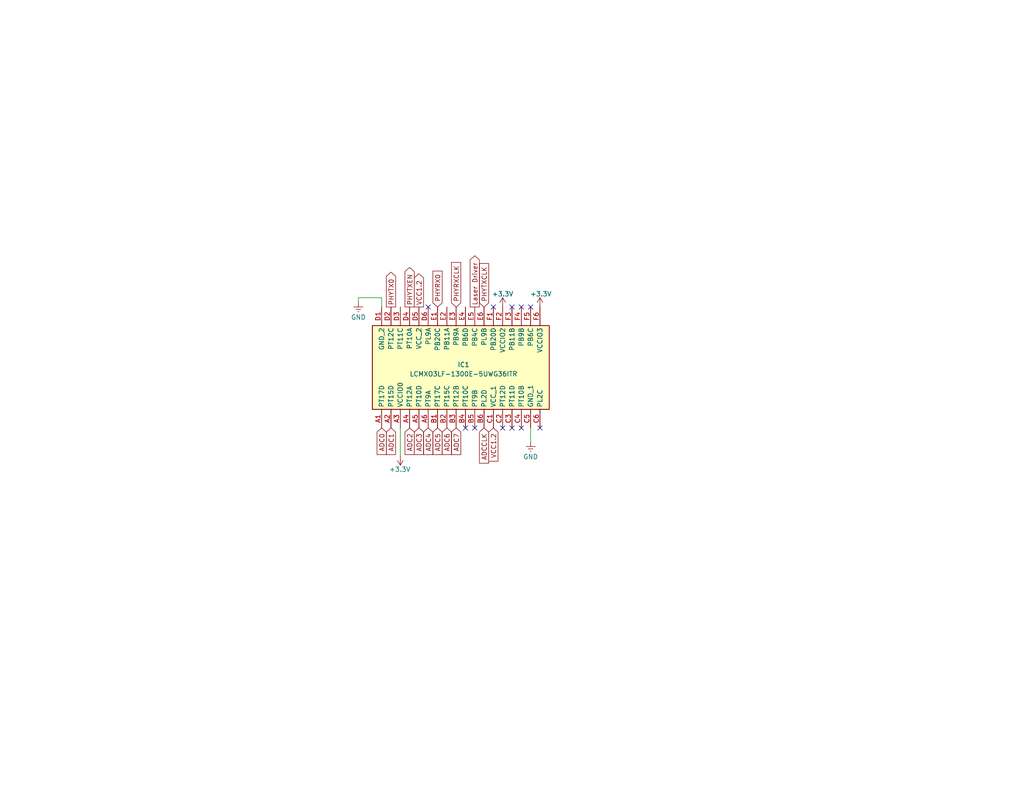
<source format=kicad_sch>
(kicad_sch (version 20231120) (generator "eeschema") (generator_version "8.0")
  (paper "A")
  (title_block (title "Free Space Optical 10BASE-T Ethernet Transceiver Circuit") (date "2025-07-22") (rev "1"))
  (lib_symbols
    (symbol "LCMXO3LF-1300E-5UWG36ITR:LCMXO3LF-1300E-5UWG36ITR"
      (property "Reference" "IC" (at 29.21 7.62 0))
      (property "Value" "LCMXO3LF-1300E-5UWG36ITR" (at 29.21 5.08 0))
      (symbol "LCMXO3LF-1300E-5UWG36ITR_1_1"
        (rectangle (start 5.08 2.54) (end 27.94 -45.72) (stroke (width 0.254)) (fill (type background)))
        (pin passive line (at 0 0 0) (length 5.08) (name "PT17D") (number "A1"))
        (pin passive line (at 0 -2.54 0) (length 5.08) (name "PT15D") (number "A2"))
        (pin passive line (at 0 -5.08 0) (length 5.08) (name "VCCIO0") (number "A3"))
        (pin passive line (at 0 -7.62 0) (length 5.08) (name "PT12A") (number "A4"))
        (pin passive line (at 0 -10.16 0) (length 5.08) (name "PT10D") (number "A5"))
        (pin passive line (at 0 -12.7 0) (length 5.08) (name "PT9A") (number "A6"))
        (pin passive line (at 0 -15.24 0) (length 5.08) (name "PT17C") (number "B1"))
        (pin passive line (at 0 -17.78 0) (length 5.08) (name "PT15C") (number "B2"))
        (pin passive line (at 0 -20.32 0) (length 5.08) (name "PT12B") (number "B3"))
        (pin passive line (at 0 -22.86 0) (length 5.08) (name "PT10C") (number "B4"))
        (pin passive line (at 0 -25.4 0) (length 5.08) (name "PT9B") (number "B5"))
        (pin passive line (at 0 -27.94 0) (length 5.08) (name "PL2D") (number "B6"))
        (pin passive line (at 0 -30.48 0) (length 5.08) (name "VCC_1") (number "C1"))
        (pin passive line (at 0 -33.02 0) (length 5.08) (name "PT12D") (number "C2"))
        (pin passive line (at 0 -35.56 0) (length 5.08) (name "PT11D") (number "C3"))
        (pin passive line (at 0 -38.1 0) (length 5.08) (name "PT10B") (number "C4"))
        (pin passive line (at 0 -40.64 0) (length 5.08) (name "GND_1") (number "C5"))
        (pin passive line (at 0 -43.18 0) (length 5.08) (name "PL2C") (number "C6"))
        (pin passive line (at 33.02 0 180) (length 5.08) (name "GND_2") (number "D1"))
        (pin passive line (at 33.02 -2.54 180) (length 5.08) (name "PT12C") (number "D2"))
        (pin passive line (at 33.02 -5.08 180) (length 5.08) (name "PT11C") (number "D3"))
        (pin passive line (at 33.02 -7.62 180) (length 5.08) (name "PT10A") (number "D4"))
        (pin passive line (at 33.02 -10.16 180) (length 5.08) (name "VCC_2") (number "D5"))
        (pin passive line (at 33.02 -12.7 180) (length 5.08) (name "PL9A") (number "D6"))
        (pin passive line (at 33.02 -15.24 180) (length 5.08) (name "PB20C") (number "E1"))
        (pin passive line (at 33.02 -17.78 180) (length 5.08) (name "PB11A") (number "E2"))
        (pin passive line (at 33.02 -20.32 180) (length 5.08) (name "PB9A") (number "E3"))
        (pin passive line (at 33.02 -22.86 180) (length 5.08) (name "PB6D") (number "E4"))
        (pin passive line (at 33.02 -25.4 180) (length 5.08) (name "PB4C") (number "E5"))
        (pin passive line (at 33.02 -27.94 180) (length 5.08) (name "PL9B") (number "E6"))
        (pin passive line (at 33.02 -30.48 180) (length 5.08) (name "PB20D") (number "F1"))
        (pin passive line (at 33.02 -33.02 180) (length 5.08) (name "VCCIO2") (number "F2"))
        (pin passive line (at 33.02 -35.56 180) (length 5.08) (name "PB11B") (number "F3"))
        (pin passive line (at 33.02 -38.1 180) (length 5.08) (name "PB9B") (number "F4"))
        (pin passive line (at 33.02 -40.64 180) (length 5.08) (name "PB6C") (number "F5"))
        (pin passive line (at 33.02 -43.18 180) (length 5.08) (name "VCCIO3") (number "F6"))
      )
    )
    (symbol "power:+3.3V" (power) (pin_numbers hide) (pin_names (offset 0) hide)
      (property "Value" "+3.3V" (at 0 3.556 0))
      (symbol "+3.3V_0_1"
        (polyline (pts (xy -0.762 1.27) (xy 0 2.54)))
        (polyline (pts (xy 0 0) (xy 0 2.54)))
        (polyline (pts (xy 0 2.54) (xy 0.762 1.27)))
      )
      (symbol "+3.3V_1_1"
        (pin power_in line (at 0 0 90) (length 0) (name "~") (number "1"))
      )
    )
    (symbol "power:Earth" (power) (pin_numbers hide) (pin_names (offset 0) hide)
      (property "Value" "Earth" (at 0 -3.81 0))
      (symbol "Earth_0_1"
        (polyline (pts (xy -0.635 -1.905) (xy 0.635 -1.905)))
        (polyline (pts (xy -0.127 -2.54) (xy 0.127 -2.54)))
        (polyline (pts (xy 0 -1.27) (xy 0 0)))
        (polyline (pts (xy 1.27 -1.27) (xy -1.27 -1.27)))
      )
      (symbol "Earth_1_1"
        (pin power_in line (at 0 0 270) (length 0) (name "~") (number "1"))
      )
    )
  )
  (no_connect (at 139.7 116.84))
  (no_connect (at 116.84 83.82))
  (no_connect (at 147.32 116.84))
  (no_connect (at 134.62 83.82))
  (no_connect (at 142.24 83.82))
  (no_connect (at 139.7 83.82))
  (no_connect (at 129.54 116.84))
  (no_connect (at 137.16 116.84))
  (no_connect (at 142.24 116.84))
  (no_connect (at 127 116.84))
  (no_connect (at 144.78 83.82))
  (wire (pts (xy 144.78 120.65) (xy 144.78 116.84)))
  (wire (pts (xy 97.79 81.28) (xy 97.79 82.55)))
  (wire (pts (xy 109.22 124.46) (xy 109.22 116.84)))
  (wire (pts (xy 104.14 81.28) (xy 104.14 83.82)))
  (wire (pts (xy 104.14 81.28) (xy 97.79 81.28)))
  (global_label "ADC2" (shape input) (at 111.76 116.84 270) (property "Intersheetrefs" "${INTERSHEET_REFS}" (effects (hide yes))))
  (global_label "PHYTXEN" (shape output) (at 111.76 83.82 90) (property "Intersheetrefs" "${INTERSHEET_REFS}" (effects (hide yes))))
  (global_label "PHYRXCLK" (shape input) (at 124.46 83.82 90) (property "Intersheetrefs" "${INTERSHEET_REFS}" (effects (hide yes))))
  (global_label "ADC7" (shape input) (at 124.46 116.84 270) (property "Intersheetrefs" "${INTERSHEET_REFS}" (effects (hide yes))))
  (global_label "VCC1.2" (shape input) (at 134.62 116.84 270) (property "Intersheetrefs" "${INTERSHEET_REFS}" (effects (hide yes))))
  (global_label "ADC0" (shape input) (at 104.14 116.84 270) (property "Intersheetrefs" "${INTERSHEET_REFS}" (effects (hide yes))))
  (global_label "ADC6" (shape input) (at 121.92 116.84 270) (property "Intersheetrefs" "${INTERSHEET_REFS}" (effects (hide yes))))
  (global_label "VCC1.2" (shape output) (at 114.3 83.82 90) (property "Intersheetrefs" "${INTERSHEET_REFS}" (effects (hide yes))))
  (global_label "ADC3" (shape input) (at 114.3 116.84 270) (property "Intersheetrefs" "${INTERSHEET_REFS}" (effects (hide yes))))
  (global_label "PHYRX0" (shape input) (at 119.38 83.82 90) (property "Intersheetrefs" "${INTERSHEET_REFS}" (effects (hide yes))))
  (global_label "PHYTXCLK" (shape input) (at 132.08 83.82 90) (property "Intersheetrefs" "${INTERSHEET_REFS}" (effects (hide yes))))
  (global_label "ADCCLK" (shape input) (at 132.08 116.84 270) (property "Intersheetrefs" "${INTERSHEET_REFS}" (effects (hide yes))))
  (global_label "ADC1" (shape input) (at 106.68 116.84 270) (property "Intersheetrefs" "${INTERSHEET_REFS}" (effects (hide yes))))
  (global_label "ADC4" (shape input) (at 116.84 116.84 270) (property "Intersheetrefs" "${INTERSHEET_REFS}" (effects (hide yes))))
  (global_label "ADC5" (shape input) (at 119.38 116.84 270) (property "Intersheetrefs" "${INTERSHEET_REFS}" (effects (hide yes))))
  (global_label "Laser Driver" (shape output) (at 129.54 83.82 90) (property "Intersheetrefs" "${INTERSHEET_REFS}" (effects (hide yes))))
  (global_label "PHYTX0" (shape output) (at 106.68 83.82 90) (property "Intersheetrefs" "${INTERSHEET_REFS}" (effects (hide yes))))
  (symbol (lib_id "power:Earth") (at 144.78 120.65 0) (unit 1)
    (property "Reference" "#PWR027" (effects (hide yes)))
    (property "Value" "GND" (at 144.78 124.714 0))
    (property "Description" "Power symbol creates a global label with name \"Earth\"" (effects (hide yes)))
  )
  (symbol (lib_id "power:+3.3V") (at 147.32 83.82 0) (mirror y) (unit 1)
    (property "Reference" "#PWR036" (effects (hide yes)))
    (property "Value" "+3.3V" (at 147.574 80.264 0))
    (property "Description" "Power symbol creates a global label with name \"+3.3V\"" (effects (hide yes)))
  )
  (symbol (lib_id "power:+3.3V") (at 109.22 124.46 0) (mirror x) (unit 1)
    (property "Reference" "#PWR034" (effects (hide yes)))
    (property "Value" "+3.3V" (at 109.093 128.143 0))
    (property "Description" "Power symbol creates a global label with name \"+3.3V\"" (effects (hide yes)))
  )
  (symbol (lib_id "power:+3.3V") (at 137.16 83.82 0) (mirror y) (unit 1)
    (property "Reference" "#PWR035" (effects (hide yes)))
    (property "Value" "+3.3V" (at 137.16 80.264 0))
    (property "Description" "Power symbol creates a global label with name \"+3.3V\"" (effects (hide yes)))
  )
  (symbol (lib_id "power:Earth") (at 97.79 82.55 0) (unit 1)
    (property "Reference" "#PWR029" (effects (hide yes)))
    (property "Value" "GND" (at 97.79 86.614 0))
    (property "Description" "Power symbol creates a global label with name \"Earth\"" (effects (hide yes)))
  )
  (symbol (lib_id "LCMXO3LF-1300E-5UWG36ITR:LCMXO3LF-1300E-5UWG36ITR") (at 104.14 116.84 90) (unit 1)
    (property "Reference" "IC1" (at 126.492 99.568 90))
    (property "Value" "LCMXO3LF-1300E-5UWG36ITR" (at 126.492 102.108 90))
    (property "Footprint" "BGA36C40P6X6_254X249X58" (effects (hide yes)))
    (property "Datasheet" "https://www.arrow.com/en/products/lcmxo3lf-1300e-5uwg36itr/lattice-semiconductor" (effects (hide yes)))
    (property "Description" "FPGA MACHXO3 Family 1300 Cells 40nm Technology 1.2V Automotive 36-Pin WLCSP T/R" (effects (hide yes)))
    (property "Height" "0.576" (effects (hide yes)))
    (property "Mouser Part Number" "842-LF1300E5UWG36ITR" (effects (hide yes)))
    (property "Mouser Price/Stock" "https://www.mouser.co.uk/ProductDetail/Lattice/LCMXO3LF-1300E-5UWG36ITR?qs=SElPoaY2y5LLFQrBVyl3wQ%3D%3D" (effects (hide yes)))
    (property "Manufacturer_Name" "Lattice Semiconductor" (effects (hide yes)))
    (property "Manufacturer_Part_Number" "LCMXO3LF-1300E-5UWG36ITR" (effects (hide yes)))
  )
  (sheet (at 316.23 -2.54) (size 289.56 213.36) (stroke (width 0.1524))
    (property "Sheetname" "laser-driver" (at 316.23 -3.2516 0) (effects (justify left bottom)))
    (property "Sheetfile" "laser-driver.kicad_sch" (at 316.23 211.4046 0) (effects (justify left top)))
  )
  (sheet (at 316.23 228.6) (size 289.56 193.04) (stroke (width 0.1524))
    (property "Sheetname" "phy-interface" (at 316.23 227.8884 0) (effects (justify left bottom)))
    (property "Sheetfile" "phy-interface.kicad_sch" (at 316.23 422.2246 0) (effects (justify left top)))
  )
  (sheet (at 2.54 449.58) (size 297.18 189.23) (stroke (width 0.1524))
    (property "Sheetname" "power" (at 2.54 448.8684 0) (effects (justify left bottom)))
    (property "Sheetfile" "power.kicad_sch" (at 2.54 639.3946 0) (effects (justify left top)))
  )
  (sheet (at 1.27 226.06) (size 295.91 198.12) (stroke (width 0.1524))
    (property "Sheetname" "photodiode-array" (at 1.27 225.3484 0) (effects (justify left bottom)))
    (property "Sheetfile" "photodiode-array.kicad_sch" (at 1.27 424.7646 0) (effects (justify left top)))
  )
)
</source>
